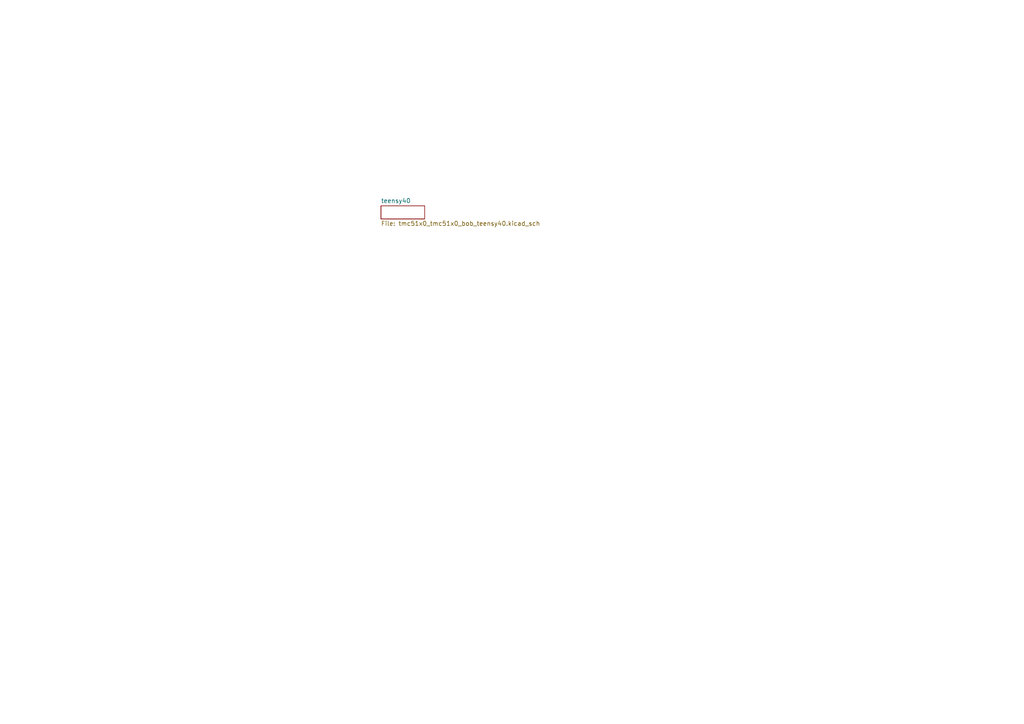
<source format=kicad_sch>
(kicad_sch (version 20230121) (generator eeschema)
  (paper "A4")
  (lib_symbols)
  (sheet (at 110.49 59.69) (size 12.7 3.81) (stroke (width 0.1524))
    (property "Sheetname" "teensy40" (at 110.49 58.9784 0) (effects (justify left bottom)))
    (property "Sheetfile" "tmc51x0_tmc51x0_bob_teensy40.kicad_sch" (at 110.49 64.0846 0) (effects (justify left top)))
  )
)
</source>
